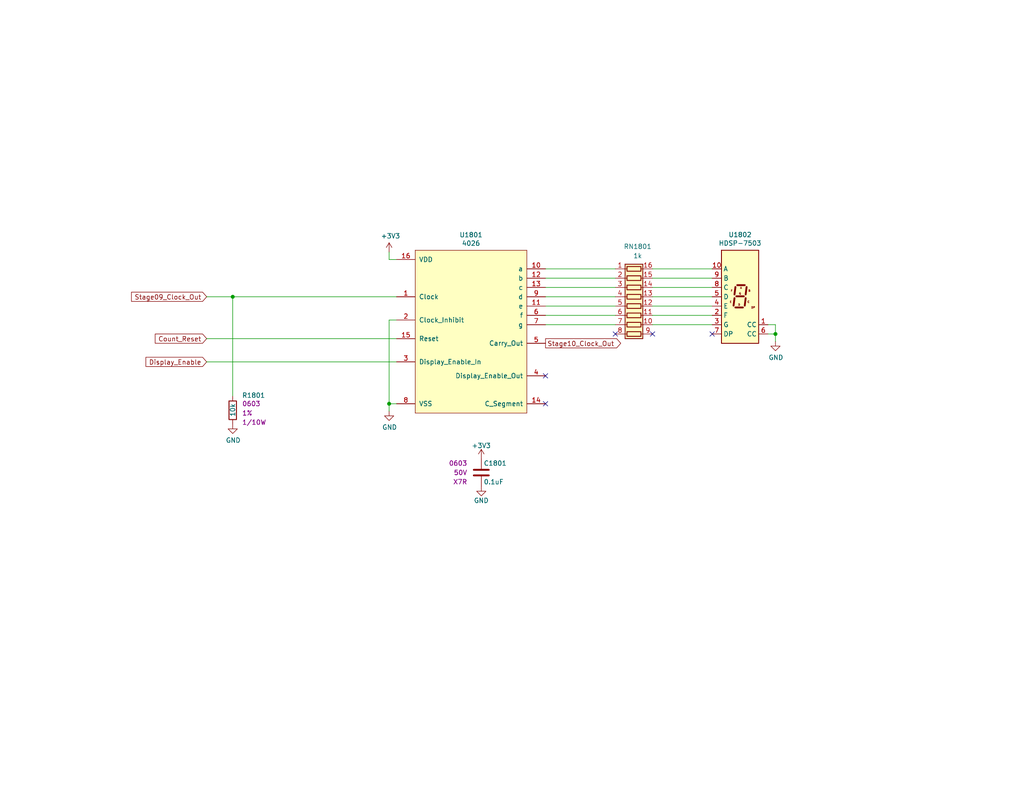
<source format=kicad_sch>
(kicad_sch (version 20230121) (generator eeschema)
  (paper "A")
  (title_block (title "Incrementor") (date "2019-09-03") (rev "A") (company "Drew Maatman"))
  (lib_symbols
    (symbol "Custom_Library:4026" (pin_names (offset 1.016))
      (property "Reference" "U" (at 30.48 -43.18 0))
      (property "Value" "4026" (at 20.32 3.81 0))
      (symbol "4026_0_1"
        (rectangle (start 5.08 2.54) (end 35.56 -41.91) (fill (type background)))
      )
      (symbol "4026_1_1"
        (pin input line (at 0 -10.16 0) (length 5.08) (name "Clock") (number "1"))
        (pin output line (at 40.64 -2.54 180) (length 5.08) (name "a") (number "10"))
        (pin output line (at 40.64 -12.7 180) (length 5.08) (name "e") (number "11"))
        (pin output line (at 40.64 -5.08 180) (length 5.08) (name "b") (number "12"))
        (pin output line (at 40.64 -7.62 180) (length 5.08) (name "c") (number "13"))
        (pin output line (at 40.64 -39.37 180) (length 5.08) (name "C_Segment") (number "14"))
        (pin input line (at 0 -21.59 0) (length 5.08) (name "Reset") (number "15"))
        (pin power_in line (at 0 0 0) (length 5.08) (name "VDD") (number "16"))
        (pin input line (at 0 -16.51 0) (length 5.08) (name "Clock_Inhibit") (number "2"))
        (pin input line (at 0 -27.94 0) (length 5.08) (name "Display_Enable_In") (number "3"))
        (pin output line (at 40.64 -31.75 180) (length 5.08) (name "Display_Enable_Out") (number "4"))
        (pin output line (at 40.64 -22.86 180) (length 5.08) (name "Carry_Out") (number "5"))
        (pin output line (at 40.64 -15.24 180) (length 5.08) (name "f") (number "6"))
        (pin output line (at 40.64 -17.78 180) (length 5.08) (name "g") (number "7"))
        (pin power_in line (at 0 -39.37 0) (length 5.08) (name "VSS") (number "8"))
        (pin output line (at 40.64 -10.16 180) (length 5.08) (name "d") (number "9"))
      )
    )
    (symbol "Custom_Library:C_Custom" (pin_numbers hide) (pin_names (offset 0.254))
      (property "Reference" "C" (at 0.635 2.54 0))
      (property "Value" "C_Custom" (at 0.635 -2.54 0))
      (property "display_footprint" "Foot" (at -3.81 2.54 0))
      (property "Voltage" "V" (at -3.81 0 0))
      (property "Dielectric" "Er" (at -3.81 -2.54 0))
      (symbol "C_Custom_0_1"
        (polyline (pts (xy -2.032 -0.762) (xy 2.032 -0.762)) (stroke (width 0.508)))
        (polyline (pts (xy -2.032 0.762) (xy 2.032 0.762)) (stroke (width 0.508)))
      )
      (symbol "C_Custom_1_1"
        (pin passive line (at 0 3.81 270) (length 2.794) (name "~") (number "1"))
        (pin passive line (at 0 -3.81 90) (length 2.794) (name "~") (number "2"))
      )
    )
    (symbol "Custom_Library:R_Custom" (pin_numbers hide) (pin_names (offset 1.016) hide)
      (property "Reference" "R" (at -2.54 0 90))
      (property "Value" "R_Custom" (at 0 0 90))
      (property "display_footprint" "Foot" (at 2.54 0 90))
      (property "Tolerance" "Tol" (at 5.08 0 90))
      (property "Wattage" "W" (at 7.62 0 90))
      (symbol "R_Custom_0_1"
        (rectangle (start 1.016 2.54) (end -1.016 -2.54) (stroke (width 0.254)))
      )
      (symbol "R_Custom_1_1"
        (pin passive line (at 0 3.81 270) (length 1.27) (name "1") (number "1"))
        (pin passive line (at 0 -3.81 90) (length 1.27) (name "2") (number "2"))
      )
    )
    (symbol "Device:R_Pack08" (pin_names (offset 0) hide)
      (property "Reference" "RN" (at -12.7 0 90))
      (property "Value" "R_Pack08" (at 10.16 0 90))
      (symbol "R_Pack08_0_1"
        (rectangle (start -11.43 -2.413) (end 8.89 2.413) (stroke (width 0.254)) (fill (type background)))
        (rectangle (start -10.795 1.905) (end -9.525 -1.905) (stroke (width 0.254)))
        (rectangle (start -8.255 1.905) (end -6.985 -1.905) (stroke (width 0.254)))
        (rectangle (start -5.715 1.905) (end -4.445 -1.905) (stroke (width 0.254)))
        (rectangle (start -3.175 1.905) (end -1.905 -1.905) (stroke (width 0.254)))
        (rectangle (start -0.635 1.905) (end 0.635 -1.905) (stroke (width 0.254)))
        (polyline (pts (xy -10.16 -2.54) (xy -10.16 -1.905)))
        (polyline (pts (xy -10.16 1.905) (xy -10.16 2.54)))
        (polyline (pts (xy -7.62 -2.54) (xy -7.62 -1.905)))
        (polyline (pts (xy -7.62 1.905) (xy -7.62 2.54)))
        (polyline (pts (xy -5.08 -2.54) (xy -5.08 -1.905)))
        (polyline (pts (xy -5.08 1.905) (xy -5.08 2.54)))
        (polyline (pts (xy -2.54 -2.54) (xy -2.54 -1.905)))
        (polyline (pts (xy -2.54 1.905) (xy -2.54 2.54)))
        (polyline (pts (xy 0 -2.54) (xy 0 -1.905)))
        (polyline (pts (xy 0 1.905) (xy 0 2.54)))
        (polyline (pts (xy 2.54 -2.54) (xy 2.54 -1.905)))
        (polyline (pts (xy 2.54 1.905) (xy 2.54 2.54)))
        (polyline (pts (xy 5.08 -2.54) (xy 5.08 -1.905)))
        (polyline (pts (xy 5.08 1.905) (xy 5.08 2.54)))
        (polyline (pts (xy 7.62 -2.54) (xy 7.62 -1.905)))
        (polyline (pts (xy 7.62 1.905) (xy 7.62 2.54)))
        (rectangle (start 1.905 1.905) (end 3.175 -1.905) (stroke (width 0.254)))
        (rectangle (start 4.445 1.905) (end 5.715 -1.905) (stroke (width 0.254)))
        (rectangle (start 6.985 1.905) (end 8.255 -1.905) (stroke (width 0.254)))
      )
      (symbol "R_Pack08_1_1"
        (pin passive line (at -10.16 -5.08 90) (length 2.54) (name "R1.1") (number "1"))
        (pin passive line (at 5.08 5.08 270) (length 2.54) (name "R7.2") (number "10"))
        (pin passive line (at 2.54 5.08 270) (length 2.54) (name "R6.2") (number "11"))
        (pin passive line (at 0 5.08 270) (length 2.54) (name "R5.2") (number "12"))
        (pin passive line (at -2.54 5.08 270) (length 2.54) (name "R4.2") (number "13"))
        (pin passive line (at -5.08 5.08 270) (length 2.54) (name "R3.2") (number "14"))
        (pin passive line (at -7.62 5.08 270) (length 2.54) (name "R2.2") (number "15"))
        (pin passive line (at -10.16 5.08 270) (length 2.54) (name "R1.2") (number "16"))
        (pin passive line (at -7.62 -5.08 90) (length 2.54) (name "R2.1") (number "2"))
        (pin passive line (at -5.08 -5.08 90) (length 2.54) (name "R3.1") (number "3"))
        (pin passive line (at -2.54 -5.08 90) (length 2.54) (name "R4.1") (number "4"))
        (pin passive line (at 0 -5.08 90) (length 2.54) (name "R5.1") (number "5"))
        (pin passive line (at 2.54 -5.08 90) (length 2.54) (name "R6.1") (number "6"))
        (pin passive line (at 5.08 -5.08 90) (length 2.54) (name "R7.1") (number "7"))
        (pin passive line (at 7.62 -5.08 90) (length 2.54) (name "R8.1") (number "8"))
        (pin passive line (at 7.62 5.08 270) (length 2.54) (name "R8.2") (number "9"))
      )
    )
    (symbol "Display_Character:HDSP-7503"
      (property "Reference" "U" (at -3.81 13.97 0))
      (property "Value" "HDSP-7503" (at 6.35 13.97 0))
      (symbol "HDSP-7503_1_0"
        (text "A" (at 0.254 2.413 0) (effects (font (size 0.508 0.508))))
        (text "B" (at 2.54 1.651 0) (effects (font (size 0.508 0.508))))
        (text "C" (at 2.286 -1.397 0) (effects (font (size 0.508 0.508))))
        (text "D" (at -0.254 -2.159 0) (effects (font (size 0.508 0.508))))
        (text "DP" (at 3.556 -2.921 0) (effects (font (size 0.508 0.508))))
        (text "E" (at -2.54 -1.397 0) (effects (font (size 0.508 0.508))))
        (text "F" (at -2.286 1.651 0) (effects (font (size 0.508 0.508))))
        (text "G" (at 0 0.889 0) (effects (font (size 0.508 0.508))))
      )
      (symbol "HDSP-7503_1_1"
        (rectangle (start -5.08 12.7) (end 5.08 -12.7) (stroke (width 0.254)) (fill (type background)))
        (polyline (pts (xy -1.524 -0.381) (xy -1.778 -2.413)) (stroke (width 0.508)))
        (polyline (pts (xy -1.27 -2.921) (xy 0.762 -2.921)) (stroke (width 0.508)))
        (polyline (pts (xy -1.27 2.667) (xy -1.524 0.635)) (stroke (width 0.508)))
        (polyline (pts (xy -1.016 0.127) (xy 1.016 0.127)) (stroke (width 0.508)))
        (polyline (pts (xy -0.762 3.175) (xy 1.27 3.175)) (stroke (width 0.508)))
        (polyline (pts (xy 1.524 -0.381) (xy 1.27 -2.413)) (stroke (width 0.508)))
        (polyline (pts (xy 1.778 2.667) (xy 1.524 0.635)) (stroke (width 0.508)))
        (polyline (pts (xy 2.54 -2.921) (xy 2.54 -2.921)) (stroke (width 0.508)))
        (pin input line (at 7.62 -7.62 180) (length 2.54) (name "CC") (number "1"))
        (pin input line (at -7.62 7.62 0) (length 2.54) (name "A") (number "10"))
        (pin input line (at -7.62 -5.08 0) (length 2.54) (name "F") (number "2"))
        (pin input line (at -7.62 -7.62 0) (length 2.54) (name "G") (number "3"))
        (pin input line (at -7.62 -2.54 0) (length 2.54) (name "E") (number "4"))
        (pin input line (at -7.62 0 0) (length 2.54) (name "D") (number "5"))
        (pin input line (at 7.62 -10.16 180) (length 2.54) (name "CC") (number "6"))
        (pin input line (at -7.62 -10.16 0) (length 2.54) (name "DP") (number "7"))
        (pin input line (at -7.62 2.54 0) (length 2.54) (name "C") (number "8"))
        (pin input line (at -7.62 5.08 0) (length 2.54) (name "B") (number "9"))
      )
    )
    (symbol "Incrementor-rescue:+3.3V-power" (power) (pin_names (offset 0))
      (property "Value" "+3.3V-power" (at 0 3.556 0))
      (symbol "+3.3V-power_0_1"
        (polyline (pts (xy -0.762 1.27) (xy 0 2.54)))
        (polyline (pts (xy 0 0) (xy 0 2.54)))
        (polyline (pts (xy 0 2.54) (xy 0.762 1.27)))
      )
      (symbol "+3.3V-power_1_1"
        (pin power_in line (at 0 0 90) (length 0) hide (name "+3V3") (number "1"))
      )
    )
    (symbol "power:GND" (power) (pin_names (offset 0))
      (property "Value" "GND" (at 0 -3.81 0))
      (symbol "GND_0_1"
        (polyline (pts (xy 0 0) (xy 0 -1.27) (xy 1.27 -1.27) (xy 0 -2.54) (xy -1.27 -1.27) (xy 0 -1.27)))
      )
      (symbol "GND_1_1"
        (pin power_in line (at 0 0 270) (length 0) hide (name "GND") (number "1"))
      )
    )
  )
  (junction (at 63.5 81.026))
  (junction (at 106.172 110.236))
  (junction (at 211.582 91.186))
  (no_connect (at 167.894 91.186))
  (no_connect (at 178.054 91.186))
  (no_connect (at 148.844 102.616))
  (no_connect (at 148.844 110.236))
  (no_connect (at 194.31 91.186))
  (wire (pts (xy 106.172 110.236) (xy 108.204 110.236)))
  (wire (pts (xy 148.844 73.406) (xy 167.894 73.406)))
  (wire (pts (xy 106.172 87.376) (xy 106.172 110.236)))
  (wire (pts (xy 63.5 81.026) (xy 63.5 108.204)))
  (wire (pts (xy 178.054 83.566) (xy 194.31 83.566)))
  (wire (pts (xy 56.388 81.026) (xy 63.5 81.026)))
  (wire (pts (xy 106.172 112.268) (xy 106.172 110.236)))
  (wire (pts (xy 108.204 81.026) (xy 63.5 81.026)))
  (wire (pts (xy 148.844 88.646) (xy 167.894 88.646)))
  (wire (pts (xy 148.844 78.486) (xy 167.894 78.486)))
  (wire (pts (xy 148.844 86.106) (xy 167.894 86.106)))
  (wire (pts (xy 148.844 75.946) (xy 167.894 75.946)))
  (wire (pts (xy 211.582 93.218) (xy 211.582 91.186)))
  (wire (pts (xy 178.054 88.646) (xy 194.31 88.646)))
  (wire (pts (xy 106.172 68.834) (xy 106.172 70.866)))
  (wire (pts (xy 148.844 81.026) (xy 167.894 81.026)))
  (wire (pts (xy 56.388 92.456) (xy 108.204 92.456)))
  (wire (pts (xy 178.054 81.026) (xy 194.31 81.026)))
  (wire (pts (xy 211.582 88.646) (xy 209.55 88.646)))
  (wire (pts (xy 211.582 91.186) (xy 211.582 88.646)))
  (wire (pts (xy 209.55 91.186) (xy 211.582 91.186)))
  (wire (pts (xy 108.204 87.376) (xy 106.172 87.376)))
  (wire (pts (xy 178.054 78.486) (xy 194.31 78.486)))
  (wire (pts (xy 56.388 98.806) (xy 108.204 98.806)))
  (wire (pts (xy 178.054 86.106) (xy 194.31 86.106)))
  (wire (pts (xy 148.844 83.566) (xy 167.894 83.566)))
  (wire (pts (xy 178.054 75.946) (xy 194.31 75.946)))
  (wire (pts (xy 178.054 73.406) (xy 194.31 73.406)))
  (wire (pts (xy 106.172 70.866) (xy 108.204 70.866)))
  (global_label "Count_Reset" (shape input) (at 56.388 92.456 180) (property "Intersheetrefs" "${INTERSHEET_REFS}" (effects hide)))
  (global_label "Display_Enable" (shape input) (at 56.388 98.806 180) (property "Intersheetrefs" "${INTERSHEET_REFS}" (effects hide)))
  (global_label "Stage10_Clock_Out" (shape output) (at 148.844 93.726 0) (property "Intersheetrefs" "${INTERSHEET_REFS}" (effects hide)))
  (global_label "Stage09_Clock_Out" (shape input) (at 56.388 81.026 180) (property "Intersheetrefs" "${INTERSHEET_REFS}" (effects hide)))
  (symbol (lib_id "Custom_Library:4026") (at 108.204 70.866 0) (unit 1)
    (property "Reference" "U1801" (at 128.524 64.135 0))
    (property "Value" "4026" (at 128.524 66.4464 0))
    (property "Footprint" "Housings_SSOP:TSSOP-16_4.4x5mm_Pitch0.65mm" (effects hide))
    (property "Digi-Key PN" "296-32878-5-ND" (effects hide))
    (instances (project "Incrementor" (path "" (reference "U1801") (unit 1)) (path "" (reference "U?") (unit 1))))
  )
  (symbol (lib_id "Incrementor-rescue:+3.3V-power") (at 106.172 68.834 0) (unit 1)
    (property "Reference" "#PWR01804" (effects hide))
    (property "Value" "+3.3V" (at 106.553 64.4398 0))
    (instances (project "Incrementor" (path "" (reference "#PWR01804") (unit 1)) (path "" (reference "#PWR?") (unit 1))))
  )
  (symbol (lib_id "power:GND") (at 106.172 112.268 0) (unit 1)
    (property "Reference" "#PWR01805" (effects hide))
    (property "Value" "GND" (at 106.299 116.6622 0))
    (instances (project "Incrementor" (path "" (reference "#PWR01805") (unit 1)) (path "" (reference "#PWR?") (unit 1))))
  )
  (symbol (lib_id "Device:R_Pack08") (at 172.974 83.566 270) (unit 1)
    (property "Reference" "RN1801" (at 173.99 67.31 90))
    (property "Value" "1k" (at 173.99 69.85 90))
    (property "Footprint" "Resistor_SMD:R_Cat16-8" (effects hide))
    (property "Digi-Key PN" "CAT16-102J8LFCT-ND" (effects hide))
    (instances (project "Incrementor" (path "" (reference "RN1801") (unit 1)) (path "" (reference "RN?") (unit 1))))
  )
  (symbol (lib_id "Display_Character:HDSP-7503") (at 201.93 81.026 0) (unit 1)
    (property "Reference" "U1802" (at 201.93 64.0842 0))
    (property "Value" "HDSP-7503" (at 201.93 66.3956 0))
    (property "Footprint" "Display_7Segment:HDSP-A151" (effects hide))
    (property "Datasheet" "https://docs.broadcom.com/docs/AV02-2553EN" (effects hide))
    (property "Digi-Key PN" "516-1203-5-ND" (effects hide))
    (instances (project "Incrementor" (path "" (reference "U1802") (unit 1)) (path "" (reference "U?") (unit 1))))
  )
  (symbol (lib_id "power:GND") (at 211.582 93.218 0) (unit 1)
    (property "Reference" "#PWR01808" (effects hide))
    (property "Value" "GND" (at 211.709 97.6122 0))
    (instances (project "Incrementor" (path "" (reference "#PWR01808") (unit 1)) (path "" (reference "#PWR?") (unit 1))))
  )
  (symbol (lib_id "Custom_Library:R_Custom") (at 63.5 112.014 0) (unit 1)
    (property "Reference" "R1801" (at 66.04 107.95 0) (effects (justify left)))
    (property "Value" "10k" (at 63.5 113.792 90) (effects (justify left)))
    (property "Footprint" "Resistors_SMD:R_0603" (effects hide))
    (property "display_footprint" "0603" (at 66.04 110.236 0) (effects (justify left)))
    (property "Tolerance" "1%" (at 66.04 112.776 0) (effects (justify left)))
    (property "Wattage" "1/10W" (at 66.04 115.316 0) (effects (justify left)))
    (property "Digi-Key PN" "RMCF0603FT10K0CT-ND" (effects hide))
    (instances (project "Incrementor" (path "" (reference "R1801") (unit 1)) (path "" (reference "R?") (unit 1))))
  )
  (symbol (lib_id "power:GND") (at 63.5 115.824 0) (unit 1)
    (property "Reference" "#PWR01801" (effects hide))
    (property "Value" "GND" (at 63.627 120.2182 0))
    (instances (project "Incrementor" (path "" (reference "#PWR01801") (unit 1)) (path "" (reference "#PWR?") (unit 1))))
  )
  (symbol (lib_id "Custom_Library:C_Custom") (at 131.318 129.032 0) (unit 1)
    (property "Reference" "C1801" (at 131.953 126.492 0) (effects (justify left)))
    (property "Value" "0.1uF" (at 131.953 131.572 0) (effects (justify left)))
    (property "Footprint" "Capacitors_SMD:C_0603" (effects hide))
    (property "display_footprint" "0603" (at 127.508 126.492 0) (effects (justify right)))
    (property "Voltage" "50V" (at 127.508 129.032 0) (effects (justify right)))
    (property "Dielectric" "X7R" (at 127.508 131.572 0) (effects (justify right)))
    (property "Digi-Key PN" "311-1344-1-ND" (effects hide))
    (instances (project "Incrementor" (path "" (reference "C1801") (unit 1)) (path "" (reference "C?") (unit 1))))
  )
  (symbol (lib_id "power:GND") (at 131.318 132.842 0) (unit 1)
    (property "Reference" "#PWR01807" (effects hide))
    (property "Value" "GND" (at 131.318 136.652 0))
    (instances (project "Incrementor" (path "" (reference "#PWR01807") (unit 1)) (path "" (reference "#PWR?") (unit 1))))
  )
  (symbol (lib_id "Incrementor-rescue:+3.3V-power") (at 131.318 125.222 0) (unit 1)
    (property "Reference" "#PWR01806" (effects hide))
    (property "Value" "+3.3V" (at 131.318 121.666 0))
    (instances (project "Incrementor" (path "" (reference "#PWR01806") (unit 1)) (path "" (reference "#PWR?") (unit 1))))
  )
)
</source>
